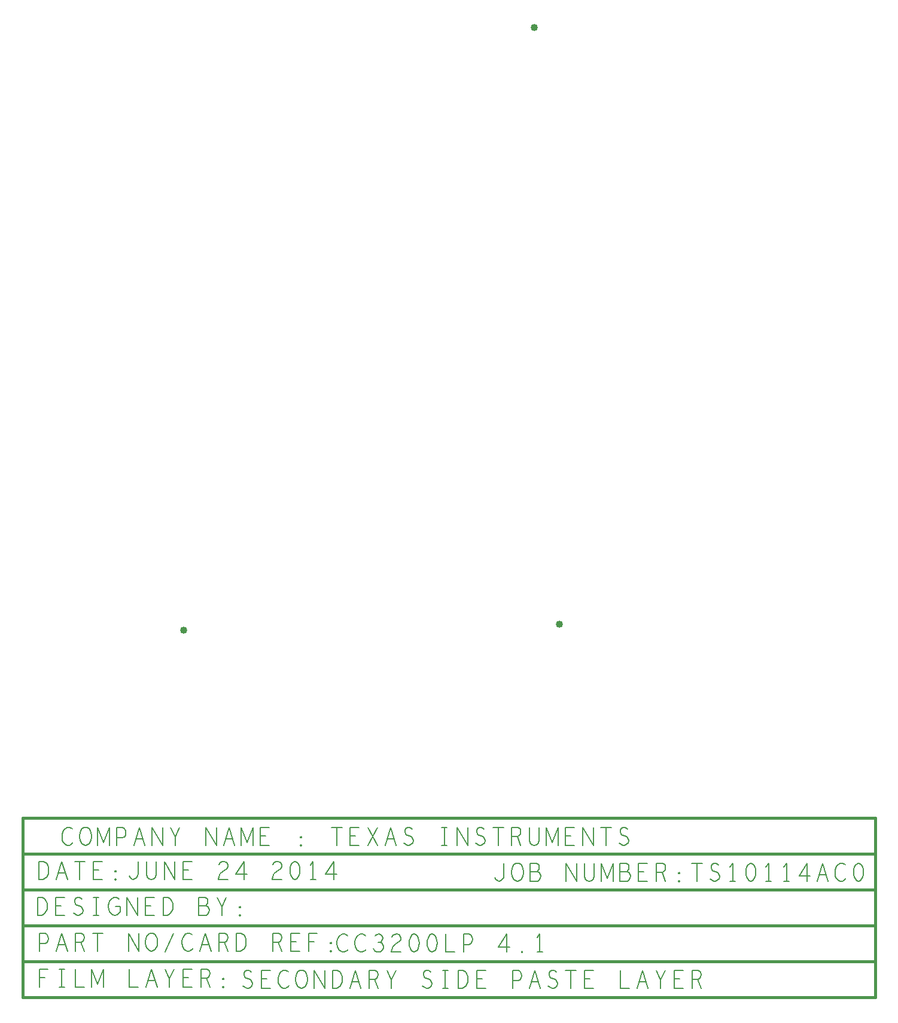
<source format=gbr>
G04 ================== begin FILE IDENTIFICATION RECORD ==================*
G04 Layout Name:  CC3200-LAUNCHXL_BRD_Rev4p1_20140624.brd*
G04 Film Name:    SPB.gbr*
G04 File Format:  Gerber RS274X*
G04 File Origin:  Cadence Allegro 16.6-P004*
G04 Origin Date:  Tue Jun 24 08:36:08 2014*
G04 *
G04 Layer:  DRAWING FORMAT/SPB*
G04 Layer:  PIN/PASTEMASK_BOTTOM*
G04 Layer:  PACKAGE GEOMETRY/PASTEMASK_BOTTOM*
G04 Layer:  DRAWING FORMAT/FILM_LABEL_OUTLINE*
G04 *
G04 Offset:    (0.0000 0.0000)*
G04 Mirror:    No*
G04 Mode:      Positive*
G04 Rotation:  0*
G04 FullContactRelief:  No*
G04 UndefLineWidth:     6.0000*
G04 ================== end FILE IDENTIFICATION RECORD ====================*
%FSLAX25Y25*MOIN*%
%IR0*IPPOS*OFA0.00000B0.00000*MIA0B0*SFA1.00000B1.00000*%
%ADD10C,.04*%
%ADD11C,.015*%
%ADD12C,.006*%
G75*
%LPD*%
G75*
G54D10*
X10000Y24500D03*
X205500Y360500D03*
X219500Y28000D03*
G54D11*
G01X-77102Y-80133D02*
X395398D01*
Y-180133D01*
X-79602D01*
Y-80133D01*
X-77102D01*
G01X-79602Y-160133D02*
X395398D01*
G01X-79602Y-140133D02*
X395398D01*
G01X-79602Y-120133D02*
X395398D01*
G01X-79602Y-100133D02*
X395398D01*
G54D12*
G01X-70227Y-174333D02*
Y-164333D01*
X-65477D01*
G01X-67227Y-169166D02*
X-70227D01*
G01X-59352Y-164333D02*
X-56352D01*
G01X-57852D02*
Y-174333D01*
G01X-59352D02*
X-56352D01*
G01X-50352Y-164333D02*
Y-174333D01*
X-45352D01*
G01X-41102D02*
Y-164333D01*
X-37852Y-172666D01*
X-34602Y-164333D01*
Y-174333D01*
G01X-20352Y-164333D02*
Y-174333D01*
X-15352D01*
G01X-10977D02*
X-7852Y-164333D01*
X-4727Y-174333D01*
G01X-5852Y-170833D02*
X-9852D01*
G01X2148Y-174333D02*
Y-169833D01*
X-352Y-164333D01*
G01X4648D02*
X2148Y-169833D01*
G01X14648Y-174333D02*
X9648D01*
Y-164333D01*
X14648D01*
G01X12648Y-169166D02*
X9648D01*
G01X19648Y-174333D02*
Y-164333D01*
X22773D01*
X23773Y-164833D01*
X24398Y-165500D01*
X24648Y-166833D01*
X24398Y-168166D01*
X23648Y-169000D01*
X22773Y-169500D01*
X19648D01*
G01X22773D02*
X24648Y-174333D01*
G01X32148Y-174666D02*
X31898Y-174500D01*
Y-174166D01*
X32148Y-174000D01*
X32398Y-174166D01*
Y-174500D01*
X32148Y-174666D01*
G01Y-170167D02*
X31898Y-170000D01*
Y-169666D01*
X32148Y-169500D01*
X32398Y-169666D01*
Y-170000D01*
X32148Y-170167D01*
G01X-70352Y-154333D02*
Y-144333D01*
X-67352D01*
X-66352Y-144833D01*
X-65602Y-146000D01*
X-65352Y-147333D01*
X-65602Y-148666D01*
X-66227Y-149666D01*
X-67352Y-150167D01*
X-70352D01*
G01X-60977Y-154333D02*
X-57852Y-144333D01*
X-54727Y-154333D01*
G01X-55852Y-150833D02*
X-59852D01*
G01X-50352Y-154333D02*
Y-144333D01*
X-47227D01*
X-46227Y-144833D01*
X-45602Y-145500D01*
X-45352Y-146833D01*
X-45602Y-148166D01*
X-46352Y-149000D01*
X-47227Y-149500D01*
X-50352D01*
G01X-47227D02*
X-45352Y-154333D01*
G01X-37852Y-144333D02*
Y-154333D01*
G01X-40727Y-144333D02*
X-34977D01*
G01X-20727Y-154333D02*
Y-144333D01*
X-14977Y-154333D01*
Y-144333D01*
G01X-7852Y-154333D02*
X-8852Y-154166D01*
X-9727Y-153500D01*
X-10477Y-152500D01*
X-10977Y-151333D01*
X-11227Y-150000D01*
Y-148666D01*
X-10977Y-147333D01*
X-10477Y-146166D01*
X-9727Y-145166D01*
X-8852Y-144500D01*
X-7852Y-144333D01*
X-6852Y-144500D01*
X-5977Y-145166D01*
X-5227Y-146166D01*
X-4727Y-147333D01*
X-4477Y-148666D01*
Y-150000D01*
X-4727Y-151333D01*
X-5227Y-152500D01*
X-5977Y-153500D01*
X-6852Y-154166D01*
X-7852Y-154333D01*
G01X-102Y-154666D02*
X4398Y-144333D01*
G01X14898Y-145166D02*
X14148Y-144666D01*
X13273Y-144333D01*
X12273D01*
X11148Y-144833D01*
X10273Y-145666D01*
X9648Y-146666D01*
X9148Y-148333D01*
X9023Y-149833D01*
X9273Y-151333D01*
X9648Y-152333D01*
X10398Y-153333D01*
X11273Y-154000D01*
X12148Y-154333D01*
X13023D01*
X13898Y-154000D01*
X14648Y-153500D01*
X15273Y-152833D01*
G01X19023Y-154333D02*
X22148Y-144333D01*
X25273Y-154333D01*
G01X24148Y-150833D02*
X20148D01*
G01X29648Y-154333D02*
Y-144333D01*
X32773D01*
X33773Y-144833D01*
X34398Y-145500D01*
X34648Y-146833D01*
X34398Y-148166D01*
X33648Y-149000D01*
X32773Y-149500D01*
X29648D01*
G01X32773D02*
X34648Y-154333D01*
G01X39398D02*
Y-144333D01*
X41898D01*
X42898Y-144833D01*
X43648Y-145500D01*
X44273Y-146500D01*
X44773Y-147667D01*
X44898Y-149333D01*
X44773Y-151000D01*
X44273Y-152166D01*
X43648Y-153167D01*
X42898Y-153833D01*
X41898Y-154333D01*
X39398D01*
G01X59648D02*
Y-144333D01*
X62773D01*
X63773Y-144833D01*
X64398Y-145500D01*
X64648Y-146833D01*
X64398Y-148166D01*
X63648Y-149000D01*
X62773Y-149500D01*
X59648D01*
G01X62773D02*
X64648Y-154333D01*
G01X74648D02*
X69648D01*
Y-144333D01*
X74648D01*
G01X72648Y-149166D02*
X69648D01*
G01X79773Y-154333D02*
Y-144333D01*
X84523D01*
G01X82773Y-149166D02*
X79773D01*
G01X92148Y-154666D02*
X91898Y-154500D01*
Y-154166D01*
X92148Y-154000D01*
X92398Y-154166D01*
Y-154500D01*
X92148Y-154666D01*
G01Y-150167D02*
X91898Y-150000D01*
Y-149666D01*
X92148Y-149500D01*
X92398Y-149666D01*
Y-150000D01*
X92148Y-150167D01*
G01X-71352Y-134463D02*
Y-124463D01*
X-68852D01*
X-67852Y-124963D01*
X-67102Y-125630D01*
X-66477Y-126630D01*
X-65977Y-127797D01*
X-65852Y-129463D01*
X-65977Y-131130D01*
X-66477Y-132296D01*
X-67102Y-133297D01*
X-67852Y-133963D01*
X-68852Y-134463D01*
X-71352D01*
G01X-56102D02*
X-61102D01*
Y-124463D01*
X-56102D01*
G01X-58102Y-129296D02*
X-61102D01*
G01X-51227Y-133130D02*
X-50227Y-133963D01*
X-49102Y-134463D01*
X-48102D01*
X-47102Y-133963D01*
X-46352Y-133130D01*
X-45977Y-131963D01*
X-46227Y-130797D01*
X-46852Y-129796D01*
X-47977Y-129130D01*
X-49477Y-128796D01*
X-50352Y-128130D01*
X-50727Y-126963D01*
X-50477Y-125796D01*
X-49852Y-124963D01*
X-48977Y-124463D01*
X-48102D01*
X-47227Y-124796D01*
X-46477Y-125630D01*
G01X-40102Y-124463D02*
X-37102D01*
G01X-38602D02*
Y-134463D01*
G01X-40102D02*
X-37102D01*
G01X-27852Y-129463D02*
X-25352D01*
Y-132463D01*
X-26102Y-133463D01*
X-26977Y-134130D01*
X-28227Y-134463D01*
X-29477Y-134130D01*
X-30352Y-133463D01*
X-31102Y-132463D01*
X-31602Y-131296D01*
X-31852Y-129963D01*
Y-128796D01*
X-31602Y-127797D01*
X-31102Y-126630D01*
X-30352Y-125630D01*
X-29602Y-124963D01*
X-28602Y-124463D01*
X-27727D01*
X-26727Y-124796D01*
X-25977Y-125463D01*
G01X-21477Y-134463D02*
Y-124463D01*
X-15727Y-134463D01*
Y-124463D01*
G01X-6102Y-134463D02*
X-11102D01*
Y-124463D01*
X-6102D01*
G01X-8102Y-129296D02*
X-11102D01*
G01X-1352Y-134463D02*
Y-124463D01*
X1148D01*
X2148Y-124963D01*
X2898Y-125630D01*
X3523Y-126630D01*
X4023Y-127797D01*
X4148Y-129463D01*
X4023Y-131130D01*
X3523Y-132296D01*
X2898Y-133297D01*
X2148Y-133963D01*
X1148Y-134463D01*
X-1352D01*
G01X22398Y-129130D02*
X22898Y-128630D01*
X23273Y-127797D01*
X23523Y-126630D01*
X23273Y-125630D01*
X22773Y-124963D01*
X21898Y-124463D01*
X18523D01*
Y-134463D01*
X22648D01*
X23523Y-133796D01*
X24023Y-132796D01*
X24273Y-131630D01*
X24023Y-130463D01*
X23273Y-129463D01*
X22398Y-129130D01*
X18523D01*
G01X31398Y-134463D02*
Y-129963D01*
X28898Y-124463D01*
G01X33898D02*
X31398Y-129963D01*
G01X41398Y-134796D02*
X41148Y-134630D01*
Y-134296D01*
X41398Y-134130D01*
X41648Y-134296D01*
Y-134630D01*
X41398Y-134796D01*
G01Y-130297D02*
X41148Y-130130D01*
Y-129796D01*
X41398Y-129630D01*
X41648Y-129796D01*
Y-130130D01*
X41398Y-130297D01*
G01X-70602Y-114333D02*
Y-104333D01*
X-68102D01*
X-67102Y-104833D01*
X-66352Y-105500D01*
X-65727Y-106500D01*
X-65227Y-107667D01*
X-65102Y-109333D01*
X-65227Y-111000D01*
X-65727Y-112166D01*
X-66352Y-113167D01*
X-67102Y-113833D01*
X-68102Y-114333D01*
X-70602D01*
G01X-60977D02*
X-57852Y-104333D01*
X-54727Y-114333D01*
G01X-55852Y-110833D02*
X-59852D01*
G01X-47852Y-104333D02*
Y-114333D01*
G01X-50727Y-104333D02*
X-44977D01*
G01X-35352Y-114333D02*
X-40352D01*
Y-104333D01*
X-35352D01*
G01X-37352Y-109166D02*
X-40352D01*
G01X-27852Y-114666D02*
X-28102Y-114500D01*
Y-114166D01*
X-27852Y-114000D01*
X-27602Y-114166D01*
Y-114500D01*
X-27852Y-114666D01*
G01Y-110167D02*
X-28102Y-110000D01*
Y-109666D01*
X-27852Y-109500D01*
X-27602Y-109666D01*
Y-110000D01*
X-27852Y-110167D01*
G01X-20352Y-112333D02*
X-19727Y-113333D01*
X-18977Y-114000D01*
X-18102Y-114333D01*
X-17102Y-114000D01*
X-16352Y-113333D01*
X-15602Y-112333D01*
X-15352Y-111000D01*
Y-104333D01*
G01X-10602D02*
Y-111500D01*
X-10102Y-113000D01*
X-9102Y-114000D01*
X-7852Y-114333D01*
X-6602Y-114000D01*
X-5602Y-113000D01*
X-5102Y-111500D01*
Y-104333D01*
G01X-727Y-114333D02*
Y-104333D01*
X5023Y-114333D01*
Y-104333D01*
G01X14648Y-114333D02*
X9648D01*
Y-104333D01*
X14648D01*
G01X12648Y-109166D02*
X9648D01*
G01X29773Y-106000D02*
X30523Y-105000D01*
X31398Y-104500D01*
X32398Y-104333D01*
X33648Y-104666D01*
X34523Y-105500D01*
X34773Y-106500D01*
X34648Y-107500D01*
X34148Y-108333D01*
X31648Y-110000D01*
X30523Y-111166D01*
X29773Y-112833D01*
X29523Y-114333D01*
X34773D01*
G01X43648D02*
Y-104333D01*
X39023Y-111500D01*
X45273D01*
G01X59773Y-106000D02*
X60523Y-105000D01*
X61398Y-104500D01*
X62398Y-104333D01*
X63648Y-104666D01*
X64523Y-105500D01*
X64773Y-106500D01*
X64648Y-107500D01*
X64148Y-108333D01*
X61648Y-110000D01*
X60523Y-111166D01*
X59773Y-112833D01*
X59523Y-114333D01*
X64773D01*
G01X72148Y-104333D02*
X71148Y-104666D01*
X70398Y-105500D01*
X69898Y-106500D01*
X69523Y-107833D01*
X69398Y-109333D01*
X69523Y-110833D01*
X69898Y-112166D01*
X70398Y-113167D01*
X71148Y-114000D01*
X72148Y-114333D01*
X73148Y-114000D01*
X73898Y-113167D01*
X74398Y-112166D01*
X74773Y-110833D01*
X74898Y-109333D01*
X74773Y-107833D01*
X74398Y-106500D01*
X73898Y-105500D01*
X73148Y-104666D01*
X72148Y-104333D01*
G01X82148Y-114333D02*
Y-104333D01*
X80648Y-106333D01*
G01Y-114333D02*
X83648D01*
G01X93648D02*
Y-104333D01*
X89023Y-111500D01*
X95273D01*
G01X-51852Y-86296D02*
X-52602Y-85796D01*
X-53477Y-85463D01*
X-54477D01*
X-55602Y-85963D01*
X-56477Y-86796D01*
X-57102Y-87796D01*
X-57602Y-89463D01*
X-57727Y-90963D01*
X-57477Y-92463D01*
X-57102Y-93463D01*
X-56352Y-94463D01*
X-55477Y-95130D01*
X-54602Y-95463D01*
X-53727D01*
X-52852Y-95130D01*
X-52102Y-94630D01*
X-51477Y-93963D01*
G01X-44602Y-95463D02*
X-45602Y-95296D01*
X-46477Y-94630D01*
X-47227Y-93630D01*
X-47727Y-92463D01*
X-47977Y-91130D01*
Y-89796D01*
X-47727Y-88463D01*
X-47227Y-87296D01*
X-46477Y-86296D01*
X-45602Y-85630D01*
X-44602Y-85463D01*
X-43602Y-85630D01*
X-42727Y-86296D01*
X-41977Y-87296D01*
X-41477Y-88463D01*
X-41227Y-89796D01*
Y-91130D01*
X-41477Y-92463D01*
X-41977Y-93630D01*
X-42727Y-94630D01*
X-43602Y-95296D01*
X-44602Y-95463D01*
G01X-37852D02*
Y-85463D01*
X-34602Y-93796D01*
X-31352Y-85463D01*
Y-95463D01*
G01X-27102D02*
Y-85463D01*
X-24102D01*
X-23102Y-85963D01*
X-22352Y-87130D01*
X-22102Y-88463D01*
X-22352Y-89796D01*
X-22977Y-90796D01*
X-24102Y-91297D01*
X-27102D01*
G01X-17727Y-95463D02*
X-14602Y-85463D01*
X-11477Y-95463D01*
G01X-12602Y-91963D02*
X-16602D01*
G01X-7477Y-95463D02*
Y-85463D01*
X-1727Y-95463D01*
Y-85463D01*
G01X5398Y-95463D02*
Y-90963D01*
X2898Y-85463D01*
G01X7898D02*
X5398Y-90963D01*
G01X22523Y-95463D02*
Y-85463D01*
X28273Y-95463D01*
Y-85463D01*
G01X32273Y-95463D02*
X35398Y-85463D01*
X38523Y-95463D01*
G01X37398Y-91963D02*
X33398D01*
G01X42148Y-95463D02*
Y-85463D01*
X45398Y-93796D01*
X48648Y-85463D01*
Y-95463D01*
G01X57898D02*
X52898D01*
Y-85463D01*
X57898D01*
G01X55898Y-90296D02*
X52898D01*
G01X75398Y-95796D02*
X75148Y-95630D01*
Y-95296D01*
X75398Y-95130D01*
X75648Y-95296D01*
Y-95630D01*
X75398Y-95796D01*
G01Y-91297D02*
X75148Y-91130D01*
Y-90796D01*
X75398Y-90630D01*
X75648Y-90796D01*
Y-91130D01*
X75398Y-91297D01*
G01X95398Y-85463D02*
Y-95463D01*
G01X92523Y-85463D02*
X98273D01*
G01X107898Y-95463D02*
X102898D01*
Y-85463D01*
X107898D01*
G01X105898Y-90296D02*
X102898D01*
G01X112773Y-95463D02*
X118023Y-85463D01*
G01X112773D02*
X118023Y-95463D01*
G01X122273D02*
X125398Y-85463D01*
X128523Y-95463D01*
G01X127398Y-91963D02*
X123398D01*
G01X132773Y-94130D02*
X133773Y-94963D01*
X134898Y-95463D01*
X135898D01*
X136898Y-94963D01*
X137648Y-94130D01*
X138023Y-92963D01*
X137773Y-91797D01*
X137148Y-90796D01*
X136023Y-90130D01*
X134523Y-89796D01*
X133648Y-89130D01*
X133273Y-87963D01*
X133523Y-86796D01*
X134148Y-85963D01*
X135023Y-85463D01*
X135898D01*
X136773Y-85796D01*
X137523Y-86630D01*
G01X153898Y-85463D02*
X156898D01*
G01X155398D02*
Y-95463D01*
G01X153898D02*
X156898D01*
G01X162523D02*
Y-85463D01*
X168273Y-95463D01*
Y-85463D01*
G01X172773Y-94130D02*
X173773Y-94963D01*
X174898Y-95463D01*
X175898D01*
X176898Y-94963D01*
X177648Y-94130D01*
X178023Y-92963D01*
X177773Y-91797D01*
X177148Y-90796D01*
X176023Y-90130D01*
X174523Y-89796D01*
X173648Y-89130D01*
X173273Y-87963D01*
X173523Y-86796D01*
X174148Y-85963D01*
X175023Y-85463D01*
X175898D01*
X176773Y-85796D01*
X177523Y-86630D01*
G01X185398Y-85463D02*
Y-95463D01*
G01X182523Y-85463D02*
X188273D01*
G01X192898Y-95463D02*
Y-85463D01*
X196023D01*
X197023Y-85963D01*
X197648Y-86630D01*
X197898Y-87963D01*
X197648Y-89296D01*
X196898Y-90130D01*
X196023Y-90630D01*
X192898D01*
G01X196023D02*
X197898Y-95463D01*
G01X202648Y-85463D02*
Y-92630D01*
X203148Y-94130D01*
X204148Y-95130D01*
X205398Y-95463D01*
X206648Y-95130D01*
X207648Y-94130D01*
X208148Y-92630D01*
Y-85463D01*
G01X212148Y-95463D02*
Y-85463D01*
X215398Y-93796D01*
X218648Y-85463D01*
Y-95463D01*
G01X227898D02*
X222898D01*
Y-85463D01*
X227898D01*
G01X225898Y-90296D02*
X222898D01*
G01X232523Y-95463D02*
Y-85463D01*
X238273Y-95463D01*
Y-85463D01*
G01X245398D02*
Y-95463D01*
G01X242523Y-85463D02*
X248273D01*
G01X252773Y-94130D02*
X253773Y-94963D01*
X254898Y-95463D01*
X255898D01*
X256898Y-94963D01*
X257648Y-94130D01*
X258023Y-92963D01*
X257773Y-91797D01*
X257148Y-90796D01*
X256023Y-90130D01*
X254523Y-89796D01*
X253648Y-89130D01*
X253273Y-87963D01*
X253523Y-86796D01*
X254148Y-85963D01*
X255023Y-85463D01*
X255898D01*
X256773Y-85796D01*
X257523Y-86630D01*
G01X43125Y-173667D02*
X44125Y-174500D01*
X45250Y-175000D01*
X46250D01*
X47250Y-174500D01*
X48000Y-173667D01*
X48375Y-172500D01*
X48125Y-171334D01*
X47500Y-170333D01*
X46375Y-169667D01*
X44875Y-169333D01*
X44000Y-168667D01*
X43625Y-167500D01*
X43875Y-166333D01*
X44500Y-165500D01*
X45375Y-165000D01*
X46250D01*
X47125Y-165333D01*
X47875Y-166167D01*
G01X58250Y-175000D02*
X53250D01*
Y-165000D01*
X58250D01*
G01X56250Y-169833D02*
X53250D01*
G01X68500Y-165833D02*
X67750Y-165333D01*
X66875Y-165000D01*
X65875D01*
X64750Y-165500D01*
X63875Y-166333D01*
X63250Y-167333D01*
X62750Y-169000D01*
X62625Y-170500D01*
X62875Y-172000D01*
X63250Y-173000D01*
X64000Y-174000D01*
X64875Y-174667D01*
X65750Y-175000D01*
X66625D01*
X67500Y-174667D01*
X68250Y-174167D01*
X68875Y-173500D01*
G01X75750Y-175000D02*
X74750Y-174833D01*
X73875Y-174167D01*
X73125Y-173167D01*
X72625Y-172000D01*
X72375Y-170667D01*
Y-169333D01*
X72625Y-168000D01*
X73125Y-166833D01*
X73875Y-165833D01*
X74750Y-165167D01*
X75750Y-165000D01*
X76750Y-165167D01*
X77625Y-165833D01*
X78375Y-166833D01*
X78875Y-168000D01*
X79125Y-169333D01*
Y-170667D01*
X78875Y-172000D01*
X78375Y-173167D01*
X77625Y-174167D01*
X76750Y-174833D01*
X75750Y-175000D01*
G01X82875D02*
Y-165000D01*
X88625Y-175000D01*
Y-165000D01*
G01X93000Y-175000D02*
Y-165000D01*
X95500D01*
X96500Y-165500D01*
X97250Y-166167D01*
X97875Y-167167D01*
X98375Y-168334D01*
X98500Y-170000D01*
X98375Y-171667D01*
X97875Y-172833D01*
X97250Y-173834D01*
X96500Y-174500D01*
X95500Y-175000D01*
X93000D01*
G01X102625D02*
X105750Y-165000D01*
X108875Y-175000D01*
G01X107750Y-171500D02*
X103750D01*
G01X113250Y-175000D02*
Y-165000D01*
X116375D01*
X117375Y-165500D01*
X118000Y-166167D01*
X118250Y-167500D01*
X118000Y-168833D01*
X117250Y-169667D01*
X116375Y-170167D01*
X113250D01*
G01X116375D02*
X118250Y-175000D01*
G01X125750D02*
Y-170500D01*
X123250Y-165000D01*
G01X128250D02*
X125750Y-170500D01*
G01X143125Y-173667D02*
X144125Y-174500D01*
X145250Y-175000D01*
X146250D01*
X147250Y-174500D01*
X148000Y-173667D01*
X148375Y-172500D01*
X148125Y-171334D01*
X147500Y-170333D01*
X146375Y-169667D01*
X144875Y-169333D01*
X144000Y-168667D01*
X143625Y-167500D01*
X143875Y-166333D01*
X144500Y-165500D01*
X145375Y-165000D01*
X146250D01*
X147125Y-165333D01*
X147875Y-166167D01*
G01X154250Y-165000D02*
X157250D01*
G01X155750D02*
Y-175000D01*
G01X154250D02*
X157250D01*
G01X163000D02*
Y-165000D01*
X165500D01*
X166500Y-165500D01*
X167250Y-166167D01*
X167875Y-167167D01*
X168375Y-168334D01*
X168500Y-170000D01*
X168375Y-171667D01*
X167875Y-172833D01*
X167250Y-173834D01*
X166500Y-174500D01*
X165500Y-175000D01*
X163000D01*
G01X178250D02*
X173250D01*
Y-165000D01*
X178250D01*
G01X176250Y-169833D02*
X173250D01*
G01X193250Y-175000D02*
Y-165000D01*
X196250D01*
X197250Y-165500D01*
X198000Y-166667D01*
X198250Y-168000D01*
X198000Y-169333D01*
X197375Y-170333D01*
X196250Y-170834D01*
X193250D01*
G01X202625Y-175000D02*
X205750Y-165000D01*
X208875Y-175000D01*
G01X207750Y-171500D02*
X203750D01*
G01X213125Y-173667D02*
X214125Y-174500D01*
X215250Y-175000D01*
X216250D01*
X217250Y-174500D01*
X218000Y-173667D01*
X218375Y-172500D01*
X218125Y-171334D01*
X217500Y-170333D01*
X216375Y-169667D01*
X214875Y-169333D01*
X214000Y-168667D01*
X213625Y-167500D01*
X213875Y-166333D01*
X214500Y-165500D01*
X215375Y-165000D01*
X216250D01*
X217125Y-165333D01*
X217875Y-166167D01*
G01X225750Y-165000D02*
Y-175000D01*
G01X222875Y-165000D02*
X228625D01*
G01X238250Y-175000D02*
X233250D01*
Y-165000D01*
X238250D01*
G01X236250Y-169833D02*
X233250D01*
G01X253250Y-165000D02*
Y-175000D01*
X258250D01*
G01X262625D02*
X265750Y-165000D01*
X268875Y-175000D01*
G01X267750Y-171500D02*
X263750D01*
G01X275750Y-175000D02*
Y-170500D01*
X273250Y-165000D01*
G01X278250D02*
X275750Y-170500D01*
G01X288250Y-175000D02*
X283250D01*
Y-165000D01*
X288250D01*
G01X286250Y-169833D02*
X283250D01*
G01X293250Y-175000D02*
Y-165000D01*
X296375D01*
X297375Y-165500D01*
X298000Y-166167D01*
X298250Y-167500D01*
X298000Y-168833D01*
X297250Y-169667D01*
X296375Y-170167D01*
X293250D01*
G01X296375D02*
X298250Y-175000D01*
G01X101250Y-145667D02*
X100500Y-145167D01*
X99625Y-144833D01*
X98625D01*
X97500Y-145334D01*
X96625Y-146167D01*
X96000Y-147167D01*
X95500Y-148833D01*
X95375Y-150333D01*
X95625Y-151833D01*
X96000Y-152833D01*
X96750Y-153834D01*
X97625Y-154500D01*
X98500Y-154833D01*
X99375D01*
X100250Y-154500D01*
X101000Y-154000D01*
X101625Y-153334D01*
G01X111250Y-145667D02*
X110500Y-145167D01*
X109625Y-144833D01*
X108625D01*
X107500Y-145334D01*
X106625Y-146167D01*
X106000Y-147167D01*
X105500Y-148833D01*
X105375Y-150333D01*
X105625Y-151833D01*
X106000Y-152833D01*
X106750Y-153834D01*
X107625Y-154500D01*
X108500Y-154833D01*
X109375D01*
X110250Y-154500D01*
X111000Y-154000D01*
X111625Y-153334D01*
G01X115750Y-152833D02*
X116500Y-154000D01*
X117500Y-154667D01*
X118625Y-154833D01*
X119625Y-154667D01*
X120625Y-153834D01*
X121250Y-152833D01*
X121375Y-151833D01*
X121125Y-150667D01*
X120250Y-149833D01*
X119375Y-149500D01*
X118250D01*
G01X119375D02*
X120125Y-149000D01*
X120750Y-148167D01*
X121000Y-147167D01*
X120750Y-146167D01*
X120125Y-145334D01*
X119000Y-144833D01*
X117875Y-145000D01*
X116750Y-145667D01*
G01X126125Y-146500D02*
X126875Y-145500D01*
X127750Y-145000D01*
X128750Y-144833D01*
X130000Y-145167D01*
X130875Y-146000D01*
X131125Y-147000D01*
X131000Y-148000D01*
X130500Y-148833D01*
X128000Y-150500D01*
X126875Y-151667D01*
X126125Y-153334D01*
X125875Y-154833D01*
X131125D01*
G01X138500Y-144833D02*
X137500Y-145167D01*
X136750Y-146000D01*
X136250Y-147000D01*
X135875Y-148334D01*
X135750Y-149833D01*
X135875Y-151333D01*
X136250Y-152667D01*
X136750Y-153667D01*
X137500Y-154500D01*
X138500Y-154833D01*
X139500Y-154500D01*
X140250Y-153667D01*
X140750Y-152667D01*
X141125Y-151333D01*
X141250Y-149833D01*
X141125Y-148334D01*
X140750Y-147000D01*
X140250Y-146000D01*
X139500Y-145167D01*
X138500Y-144833D01*
G01X148500D02*
X147500Y-145167D01*
X146750Y-146000D01*
X146250Y-147000D01*
X145875Y-148334D01*
X145750Y-149833D01*
X145875Y-151333D01*
X146250Y-152667D01*
X146750Y-153667D01*
X147500Y-154500D01*
X148500Y-154833D01*
X149500Y-154500D01*
X150250Y-153667D01*
X150750Y-152667D01*
X151125Y-151333D01*
X151250Y-149833D01*
X151125Y-148334D01*
X150750Y-147000D01*
X150250Y-146000D01*
X149500Y-145167D01*
X148500Y-144833D01*
G01X156000D02*
Y-154833D01*
X161000D01*
G01X166000D02*
Y-144833D01*
X169000D01*
X170000Y-145334D01*
X170750Y-146500D01*
X171000Y-147833D01*
X170750Y-149167D01*
X170125Y-150167D01*
X169000Y-150667D01*
X166000D01*
G01X190000Y-154833D02*
Y-144833D01*
X185375Y-152000D01*
X191625D01*
G01X198500Y-155167D02*
X198250Y-155000D01*
Y-154667D01*
X198500Y-154500D01*
X198750Y-154667D01*
Y-155000D01*
X198500Y-155167D01*
G01X208500Y-154833D02*
Y-144833D01*
X207000Y-146833D01*
G01Y-154833D02*
X210000D01*
G01X183550Y-113400D02*
X184175Y-114400D01*
X184925Y-115067D01*
X185800Y-115400D01*
X186800Y-115067D01*
X187550Y-114400D01*
X188300Y-113400D01*
X188550Y-112067D01*
Y-105400D01*
G01X196050Y-115400D02*
X195050Y-115233D01*
X194175Y-114567D01*
X193425Y-113567D01*
X192925Y-112400D01*
X192675Y-111067D01*
Y-109733D01*
X192925Y-108400D01*
X193425Y-107233D01*
X194175Y-106233D01*
X195050Y-105567D01*
X196050Y-105400D01*
X197050Y-105567D01*
X197925Y-106233D01*
X198675Y-107233D01*
X199175Y-108400D01*
X199425Y-109733D01*
Y-111067D01*
X199175Y-112400D01*
X198675Y-113567D01*
X197925Y-114567D01*
X197050Y-115233D01*
X196050Y-115400D01*
G01X207050Y-110067D02*
X207550Y-109567D01*
X207925Y-108734D01*
X208175Y-107567D01*
X207925Y-106567D01*
X207425Y-105900D01*
X206550Y-105400D01*
X203175D01*
Y-115400D01*
X207300D01*
X208175Y-114733D01*
X208675Y-113733D01*
X208925Y-112567D01*
X208675Y-111400D01*
X207925Y-110400D01*
X207050Y-110067D01*
X203175D01*
G01X223175Y-115400D02*
Y-105400D01*
X228925Y-115400D01*
Y-105400D01*
G01X233300D02*
Y-112567D01*
X233800Y-114067D01*
X234800Y-115067D01*
X236050Y-115400D01*
X237300Y-115067D01*
X238300Y-114067D01*
X238800Y-112567D01*
Y-105400D01*
G01X242800Y-115400D02*
Y-105400D01*
X246050Y-113733D01*
X249300Y-105400D01*
Y-115400D01*
G01X257050Y-110067D02*
X257550Y-109567D01*
X257925Y-108734D01*
X258175Y-107567D01*
X257925Y-106567D01*
X257425Y-105900D01*
X256550Y-105400D01*
X253175D01*
Y-115400D01*
X257300D01*
X258175Y-114733D01*
X258675Y-113733D01*
X258925Y-112567D01*
X258675Y-111400D01*
X257925Y-110400D01*
X257050Y-110067D01*
X253175D01*
G01X268550Y-115400D02*
X263550D01*
Y-105400D01*
X268550D01*
G01X266550Y-110233D02*
X263550D01*
G01X273550Y-115400D02*
Y-105400D01*
X276675D01*
X277675Y-105900D01*
X278300Y-106567D01*
X278550Y-107900D01*
X278300Y-109233D01*
X277550Y-110067D01*
X276675Y-110567D01*
X273550D01*
G01X276675D02*
X278550Y-115400D01*
G01X286050Y-115733D02*
X285800Y-115567D01*
Y-115233D01*
X286050Y-115067D01*
X286300Y-115233D01*
Y-115567D01*
X286050Y-115733D01*
G01Y-111234D02*
X285800Y-111067D01*
Y-110733D01*
X286050Y-110567D01*
X286300Y-110733D01*
Y-111067D01*
X286050Y-111234D01*
G01X296050Y-105400D02*
Y-115400D01*
G01X293175Y-105400D02*
X298925D01*
G01X303425Y-114067D02*
X304425Y-114900D01*
X305550Y-115400D01*
X306550D01*
X307550Y-114900D01*
X308300Y-114067D01*
X308675Y-112900D01*
X308425Y-111734D01*
X307800Y-110733D01*
X306675Y-110067D01*
X305175Y-109733D01*
X304300Y-109067D01*
X303925Y-107900D01*
X304175Y-106733D01*
X304800Y-105900D01*
X305675Y-105400D01*
X306550D01*
X307425Y-105733D01*
X308175Y-106567D01*
G01X316050Y-115400D02*
Y-105400D01*
X314550Y-107400D01*
G01Y-115400D02*
X317550D01*
G01X326050Y-105400D02*
X325050Y-105733D01*
X324300Y-106567D01*
X323800Y-107567D01*
X323425Y-108900D01*
X323300Y-110400D01*
X323425Y-111900D01*
X323800Y-113233D01*
X324300Y-114234D01*
X325050Y-115067D01*
X326050Y-115400D01*
X327050Y-115067D01*
X327800Y-114234D01*
X328300Y-113233D01*
X328675Y-111900D01*
X328800Y-110400D01*
X328675Y-108900D01*
X328300Y-107567D01*
X327800Y-106567D01*
X327050Y-105733D01*
X326050Y-105400D01*
G01X336050Y-115400D02*
Y-105400D01*
X334550Y-107400D01*
G01Y-115400D02*
X337550D01*
G01X346050D02*
Y-105400D01*
X344550Y-107400D01*
G01Y-115400D02*
X347550D01*
G01X357550D02*
Y-105400D01*
X352925Y-112567D01*
X359175D01*
G01X362925Y-115400D02*
X366050Y-105400D01*
X369175Y-115400D01*
G01X368050Y-111900D02*
X364050D01*
G01X378800Y-106233D02*
X378050Y-105733D01*
X377175Y-105400D01*
X376175D01*
X375050Y-105900D01*
X374175Y-106733D01*
X373550Y-107733D01*
X373050Y-109400D01*
X372925Y-110900D01*
X373175Y-112400D01*
X373550Y-113400D01*
X374300Y-114400D01*
X375175Y-115067D01*
X376050Y-115400D01*
X376925D01*
X377800Y-115067D01*
X378550Y-114567D01*
X379175Y-113900D01*
G01X386050Y-105400D02*
X385050Y-105733D01*
X384300Y-106567D01*
X383800Y-107567D01*
X383425Y-108900D01*
X383300Y-110400D01*
X383425Y-111900D01*
X383800Y-113233D01*
X384300Y-114234D01*
X385050Y-115067D01*
X386050Y-115400D01*
X387050Y-115067D01*
X387800Y-114234D01*
X388300Y-113233D01*
X388675Y-111900D01*
X388800Y-110400D01*
X388675Y-108900D01*
X388300Y-107567D01*
X387800Y-106567D01*
X387050Y-105733D01*
X386050Y-105400D01*
M02*

</source>
